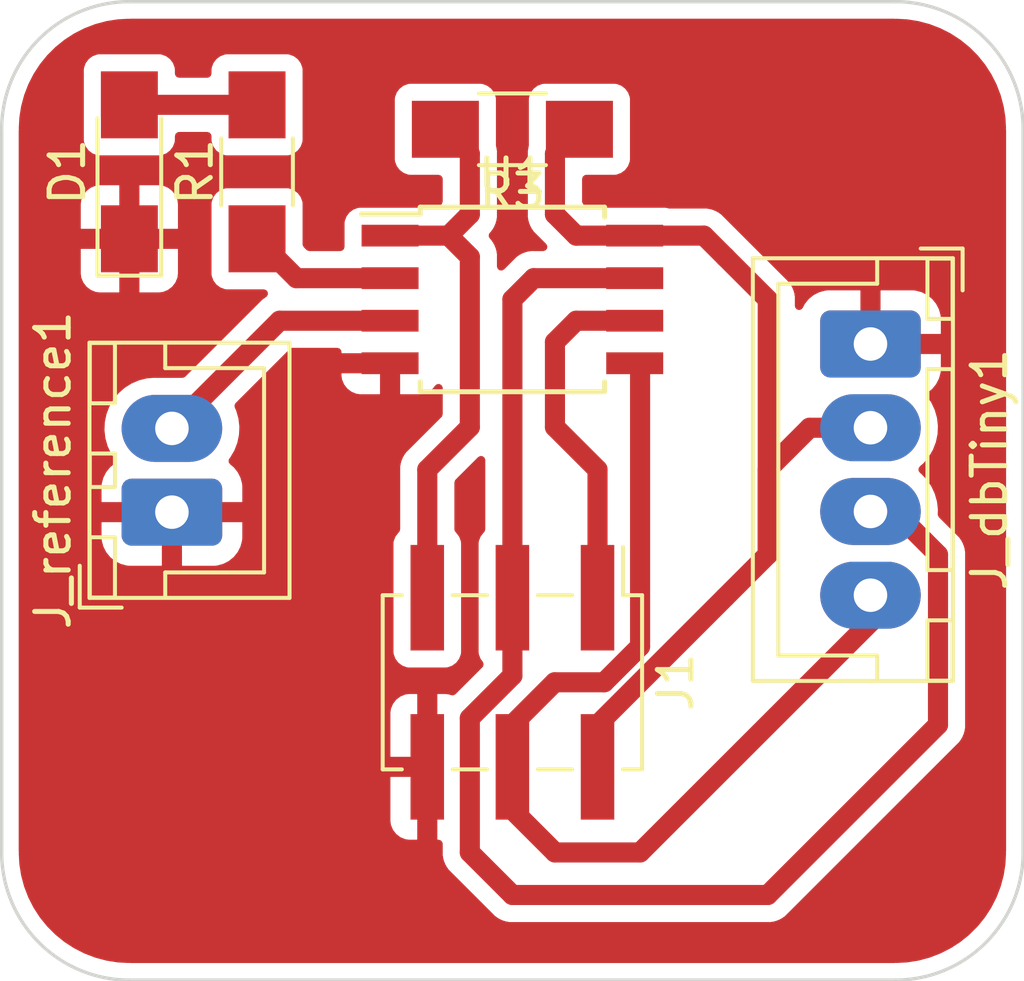
<source format=kicad_pcb>
(kicad_pcb (version 20211014) (generator pcbnew)
  (layers (0 "F.Cu" signal) (31 "B.Cu" signal) (34 "B.Paste" user) (35 "F.Paste" user) (36 "B.SilkS" user "B.Silkscreen") (37 "F.SilkS" user "F.Silkscreen") (38 "B.Mask" user) (39 "F.Mask" user) (44 "Edge.Cuts" user))
  (net 0 "")
  (net 1 "Net-(D1-Pad2)")
  (net 2 "GND")
  (net 3 "isp_miso")
  (net 4 "+3V3")
  (net 5 "isp_sck")
  (net 6 "isp_mosi")
  (net 7 "isp_rst")
  (net 8 "Net-(R1-Pad1)")
  (net 9 "Net-(U1-Pad3)")
  (footprint "Connector_JST:JST_XH_B2B-XH-A_1x02_P2.50mm_Vertical" (layer "F.Cu") (at 116.84 59.69 90)
    (fp_text reference "J_reference1" (at 1.25 -3.55 90) (layer "F.SilkS"))
    (fp_text value "Conn_01x02_Male")
    (fp_line (start 3.25 -1.7) (end 5.05 -1.7) (layer "F.SilkS") (width 0.12))
    (fp_line (start 5.05 -0.2) (end 4.3 -0.2) (layer "F.SilkS") (width 0.12))
    (fp_line (start -0.75 -2.45) (end -2.55 -2.45) (layer "F.SilkS") (width 0.12))
    (fp_line (start 4.3 2.75) (end 1.25 2.75) (layer "F.SilkS") (width 0.12))
    (fp_line (start -2.56 -2.46) (end -2.56 3.51) (layer "F.SilkS") (width 0.12))
    (fp_line (start -2.55 -0.2) (end -1.8 -0.2) (layer "F.SilkS") (width 0.12))
    (fp_line (start 5.05 -2.45) (end 3.25 -2.45) (layer "F.SilkS") (width 0.12))
    (fp_line (start 0.75 -2.45) (end 0.75 -1.7) (layer "F.SilkS") (width 0.12))
    (fp_line (start -1.8 2.75) (end 1.25 2.75) (layer "F.SilkS") (width 0.12))
    (fp_line (start -2.55 -1.7) (end -0.75 -1.7) (layer "F.SilkS") (width 0.12))
    (fp_line (start 5.06 3.51) (end 5.06 -2.46) (layer "F.SilkS") (width 0.12))
    (fp_line (start -2.56 3.51) (end 5.06 3.51) (layer "F.SilkS") (width 0.12))
    (fp_line (start 1.75 -1.7) (end 1.75 -2.45) (layer "F.SilkS") (width 0.12))
    (fp_line (start -2.55 -2.45) (end -2.55 -1.7) (layer "F.SilkS") (width 0.12))
    (fp_line (start -2.85 -2.75) (end -2.85 -1.5) (layer "F.SilkS") (width 0.12))
    (fp_line (start -1.8 -0.2) (end -1.8 2.75) (layer "F.SilkS") (width 0.12))
    (fp_line (start -0.75 -1.7) (end -0.75 -2.45) (layer "F.SilkS") (width 0.12))
    (fp_line (start 4.3 -0.2) (end 4.3 2.75) (layer "F.SilkS") (width 0.12))
    (fp_line (start 5.06 -2.46) (end -2.56 -2.46) (layer "F.SilkS") (width 0.12))
    (fp_line (start -1.6 -2.75) (end -2.85 -2.75) (layer "F.SilkS") (width 0.12))
    (fp_line (start 1.75 -2.45) (end 0.75 -2.45) (layer "F.SilkS") (width 0.12))
    (fp_line (start 0.75 -1.7) (end 1.75 -1.7) (layer "F.SilkS") (width 0.12))
    (fp_line (start 5.05 -1.7) (end 5.05 -2.45) (layer "F.SilkS") (width 0.12))
    (fp_line (start 3.25 -2.45) (end 3.25 -1.7) (layer "F.SilkS") (width 0.12))
    (pad "1" thru_hole roundrect (at 0 0 90) (size 2 3) (drill 1) (layers *.Cu *.Mask) (roundrect_rratio 0.147059) (net 2 "GND"))
    (pad "2" thru_hole oval (at 2.5 0 90) (size 2 3) (drill 1) (layers *.Cu *.Mask) (net 9 "Net-(U1-Pad3)"))
  )
  (footprint "Connector_JST:JST_XH_B4B-XH-A_1x04_P2.50mm_Vertical" (layer "F.Cu") (at 137.685 54.67 -90)
    (fp_text reference "J_dbTiny1" (at 3.75 -3.55 90) (layer "F.SilkS"))
    (fp_text value "Conn_01x04_Male")
    (fp_line (start 10.05 -1.7) (end 10.05 -2.45) (layer "F.SilkS") (width 0.12))
    (fp_line (start -2.55 -0.2) (end -1.8 -0.2) (layer "F.SilkS") (width 0.12))
    (fp_line (start 6.75 -2.45) (end 0.75 -2.45) (layer "F.SilkS") (width 0.12))
    (fp_line (start 10.06 3.51) (end 10.06 -2.46) (layer "F.SilkS") (width 0.12))
    (fp_line (start 6.75 -1.7) (end 6.75 -2.45) (layer "F.SilkS") (width 0.12))
    (fp_line (start -2.56 -2.46) (end -2.56 3.51) (layer "F.SilkS") (width 0.12))
    (fp_line (start 0.75 -2.45) (end 0.75 -1.7) (layer "F.SilkS") (width 0.12))
    (fp_line (start -2.85 -2.75) (end -2.85 -1.5) (layer "F.SilkS") (width 0.12))
    (fp_line (start 0.75 -1.7) (end 6.75 -1.7) (layer "F.SilkS") (width 0.12))
    (fp_line (start -2.56 3.51) (end 10.06 3.51) (layer "F.SilkS") (width 0.12))
    (fp_line (start 8.25 -1.7) (end 10.05 -1.7) (layer "F.SilkS") (width 0.12))
    (fp_line (start 10.06 -2.46) (end -2.56 -2.46) (layer "F.SilkS") (width 0.12))
    (fp_line (start -2.55 -1.7) (end -0.75 -1.7) (layer "F.SilkS") (width 0.12))
    (fp_line (start -1.8 2.75) (end 3.75 2.75) (layer "F.SilkS") (width 0.12))
    (fp_line (start -0.75 -2.45) (end -2.55 -2.45) (layer "F.SilkS") (width 0.12))
    (fp_line (start -0.75 -1.7) (end -0.75 -2.45) (layer "F.SilkS") (width 0.12))
    (fp_line (start -2.55 -2.45) (end -2.55 -1.7) (layer "F.SilkS") (width 0.12))
    (fp_line (start 10.05 -2.45) (end 8.25 -2.45) (layer "F.SilkS") (width 0.12))
    (fp_line (start -1.6 -2.75) (end -2.85 -2.75) (layer "F.SilkS") (width 0.12))
    (fp_line (start 8.25 -2.45) (end 8.25 -1.7) (layer "F.SilkS") (width 0.12))
    (fp_line (start 10.05 -0.2) (end 9.3 -0.2) (layer "F.SilkS") (width 0.12))
    (fp_line (start -1.8 -0.2) (end -1.8 2.75) (layer "F.SilkS") (width 0.12))
    (fp_line (start 9.3 -0.2) (end 9.3 2.75) (layer "F.SilkS") (width 0.12))
    (fp_line (start 9.3 2.75) (end 3.75 2.75) (layer "F.SilkS") (width 0.12))
    (pad "1" thru_hole roundrect (at 0 0 270) (size 2 3) (drill 1) (layers *.Cu *.Mask) (roundrect_rratio 0.147059) (net 2 "GND"))
    (pad "2" thru_hole oval (at 2.5 0 270) (size 2 3) (drill 1) (layers *.Cu *.Mask) (net 4 "+3V3"))
    (pad "3" thru_hole oval (at 5 0 270) (size 2 3) (drill 1) (layers *.Cu *.Mask) (net 5 "isp_sck"))
    (pad "4" thru_hole oval (at 7.5 0 270) (size 2 3) (drill 1) (layers *.Cu *.Mask) (net 6 "isp_mosi"))
  )
  (footprint "Fab:PinHeader_2x03_P2.54mm_Vertical_SMD" (layer "F.Cu") (at 127 64.77 -90)
    (fp_text reference "J1" (at 0 -4.87 90) (layer "F.SilkS"))
    (fp_text value "AVR-ISP-6")
    (fp_line (start -2.6 0.76) (end -2.6 1.78) (layer "F.SilkS") (width 0.12))
    (fp_line (start -2.6 -3.87) (end 2.6 -3.87) (layer "F.SilkS") (width 0.12))
    (fp_line (start 2.6 -3.87) (end 2.6 -3.3) (layer "F.SilkS") (width 0.12))
    (fp_line (start -4.04 -3.3) (end -2.6 -3.3) (layer "F.SilkS") (width 0.12))
    (fp_line (start -2.6 3.3) (end -2.6 3.87) (layer "F.SilkS") (width 0.12))
    (fp_line (start -2.6 -3.87) (end -2.6 -3.3) (layer "F.SilkS") (width 0.12))
    (fp_line (start 2.6 3.3) (end 2.6 3.87) (layer "F.SilkS") (width 0.12))
    (fp_line (start -2.6 3.87) (end 2.6 3.87) (layer "F.SilkS") (width 0.12))
    (fp_line (start 2.6 0.76) (end 2.6 1.78) (layer "F.SilkS") (width 0.12))
    (fp_line (start -2.6 -1.78) (end -2.6 -0.76) (layer "F.SilkS") (width 0.12))
    (fp_line (start 2.6 -1.78) (end 2.6 -0.76) (layer "F.SilkS") (width 0.12))
    (pad "1" smd rect locked (at -2.525 -2.54 270) (size 3.15 1) (layers "F.Cu" "F.Paste" "F.Mask") (net 3 "isp_miso"))
    (pad "2" smd rect locked (at 2.525 -2.54 270) (size 3.15 1) (layers "F.Cu" "F.Paste" "F.Mask") (net 4 "+3V3"))
    (pad "3" smd rect locked (at -2.525 0 270) (size 3.15 1) (layers "F.Cu" "F.Paste" "F.Mask") (net 5 "isp_sck"))
    (pad "4" smd rect locked (at 2.525 0 270) (size 3.15 1) (layers "F.Cu" "F.Paste" "F.Mask") (net 6 "isp_mosi"))
    (pad "5" smd rect locked (at -2.525 2.54 270) (size 3.15 1) (layers "F.Cu" "F.Paste" "F.Mask") (net 7 "isp_rst"))
    (pad "6" smd rect locked (at 2.525 2.54 270) (size 3.15 1) (layers "F.Cu" "F.Paste" "F.Mask") (net 2 "GND"))
  )
  (footprint "Fab:R_1206" (layer "F.Cu") (at 119.38 49.53 90)
    (fp_text reference "R1" (at 0 -1.85 90) (layer "F.SilkS"))
    (fp_text value "499 Ω ***")
    (fp_line (start -1 -1.07) (end 1 -1.07) (layer "F.SilkS") (width 0.12))
    (fp_line (start 1 1.07) (end -1 1.07) (layer "F.SilkS") (width 0.12))
    (pad "1" smd rect locked (at -2 0 90) (size 2 1.7) (layers "F.Cu" "F.Paste" "F.Mask") (net 8 "Net-(R1-Pad1)"))
    (pad "2" smd rect locked (at 2 0 90) (size 2 1.7) (layers "F.Cu" "F.Paste" "F.Mask") (net 1 "Net-(D1-Pad2)"))
  )
  (footprint "Package_SO:SOIC-8W_5.3x5.3mm_P1.27mm" (layer "F.Cu") (at 127 53.34)
    (fp_text reference "U1" (at 0 -3.68) (layer "F.SilkS"))
    (fp_text value "ATtiny45-20S")
    (fp_line (start -2.75 -2.755) (end -2.75 -2.55) (layer "F.SilkS") (width 0.15))
    (fp_line (start -2.75 2.755) (end -2.75 2.455) (layer "F.SilkS") (width 0.15))
    (fp_line (start 2.75 -2.755) (end 2.75 -2.455) (layer "F.SilkS") (width 0.15))
    (fp_line (start -2.75 -2.755) (end 2.75 -2.755) (layer "F.SilkS") (width 0.15))
    (fp_line (start -2.75 -2.55) (end -4.5 -2.55) (layer "F.SilkS") (width 0.15))
    (fp_line (start 2.75 2.755) (end 2.75 2.455) (layer "F.SilkS") (width 0.15))
    (fp_line (start -2.75 2.755) (end 2.75 2.755) (layer "F.SilkS") (width 0.15))
    (pad "1" smd rect (at -3.65 -1.905) (size 1.7 0.65) (layers "F.Cu" "F.Paste" "F.Mask") (net 7 "isp_rst"))
    (pad "2" smd rect (at -3.65 -0.635) (size 1.7 0.65) (layers "F.Cu" "F.Paste" "F.Mask") (net 8 "Net-(R1-Pad1)"))
    (pad "3" smd rect (at -3.65 0.635) (size 1.7 0.65) (layers "F.Cu" "F.Paste" "F.Mask") (net 9 "Net-(U1-Pad3)"))
    (pad "4" smd rect (at -3.65 1.905) (size 1.7 0.65) (layers "F.Cu" "F.Paste" "F.Mask") (net 2 "GND"))
    (pad "5" smd rect (at 3.65 1.905) (size 1.7 0.65) (layers "F.Cu" "F.Paste" "F.Mask") (net 6 "isp_mosi"))
    (pad "6" smd rect (at 3.65 0.635) (size 1.7 0.65) (layers "F.Cu" "F.Paste" "F.Mask") (net 3 "isp_miso"))
    (pad "7" smd rect (at 3.65 -0.635) (size 1.7 0.65) (layers "F.Cu" "F.Paste" "F.Mask") (net 5 "isp_sck"))
    (pad "8" smd rect (at 3.65 -1.905) (size 1.7 0.65) (layers "F.Cu" "F.Paste" "F.Mask") (net 4 "+3V3"))
  )
  (footprint "Fab:R_1206" (layer "F.Cu") (at 127 48.26 180)
    (fp_text reference "R3" (at 0 -1.85) (layer "F.SilkS"))
    (fp_text value "10 kΩ")
    (fp_line (start 1 1.07) (end -1 1.07) (layer "F.SilkS") (width 0.12))
    (fp_line (start -1 -1.07) (end 1 -1.07) (layer "F.SilkS") (width 0.12))
    (pad "1" smd rect locked (at -2 0 180) (size 2 1.7) (layers "F.Cu" "F.Paste" "F.Mask") (net 4 "+3V3"))
    (pad "2" smd rect locked (at 2 0 180) (size 2 1.7) (layers "F.Cu" "F.Paste" "F.Mask") (net 7 "isp_rst"))
  )
  (footprint "Fab:LED_1206" (layer "F.Cu") (at 115.57 49.53 90)
    (fp_text reference "D1" (at 0 -1.85 90) (layer "F.SilkS"))
    (fp_text value "LED_red ****")
    (fp_line (start -3.1 0.95) (end 1.6 0.95) (layer "F.SilkS") (width 0.12))
    (fp_line (start -3.1 -0.95) (end 1.6 -0.95) (layer "F.SilkS") (width 0.12))
    (fp_line (start -3.1 -0.95) (end -3.1 0.95) (layer "F.SilkS") (width 0.12))
    (pad "1" smd rect locked (at -2 0 90) (size 2 1.7) (layers "F.Cu" "F.Paste" "F.Mask") (net 2 "GND"))
    (pad "2" smd rect locked (at 2 0 90) (size 2 1.7) (layers "F.Cu" "F.Paste" "F.Mask") (net 1 "Net-(D1-Pad2)"))
  )
  (gr_arc (start 142.24 69.85) (mid 141.124077 72.544077) (end 138.43 73.66) (layer "Edge.Cuts") (width 0.1))
  (gr_line (start 111.76 69.85) (end 111.76 48.26) (layer "Edge.Cuts") (width 0.1))
  (gr_line (start 138.43 73.66) (end 115.57 73.66) (layer "Edge.Cuts") (width 0.1))
  (gr_line (start 142.24 48.26) (end 142.24 69.85) (layer "Edge.Cuts") (width 0.1))
  (gr_arc (start 115.57 73.66) (mid 112.875923 72.544077) (end 111.76 69.85) (layer "Edge.Cuts") (width 0.1))
  (gr_arc (start 111.76 48.26) (mid 112.875923 45.565923) (end 115.57 44.45) (layer "Edge.Cuts") (width 0.1))
  (gr_line (start 115.57 44.45) (end 138.43 44.45) (layer "Edge.Cuts") (width 0.1))
  (gr_arc (start 138.43 44.45) (mid 141.124077 45.565923) (end 142.24 48.26) (layer "Edge.Cuts") (width 0.1))
  (segment (start 115.57 47.53) (end 119.38 47.53) (width 0.6) (layer "F.Cu") (net 1))
  (segment (start 137.685 54.59) (end 138.41 54.59) (width 0.6) (layer "F.Cu") (net 2))
  (segment (start 124.46 68.565) (end 124.445 68.565) (width 0.6) (layer "F.Cu") (net 2))
  (segment (start 128.27 54.61) (end 128.905 53.975) (width 0.6) (layer "F.Cu") (net 3))
  (segment (start 129.54 58.42) (end 128.27 57.15) (width 0.6) (layer "F.Cu") (net 3))
  (segment (start 129.54 62.23) (end 129.54 58.42) (width 0.6) (layer "F.Cu") (net 3))
  (segment (start 128.905 53.975) (end 130.65 53.975) (width 0.6) (layer "F.Cu") (net 3))
  (segment (start 128.27 57.15) (end 128.27 54.61) (width 0.6) (layer "F.Cu") (net 3))
  (segment (start 133.37 52.09) (end 133.35 52.07) (width 0.6) (layer "F.Cu") (net 4))
  (segment (start 135.87 57.17) (end 137.685 57.17) (width 0.6) (layer "F.Cu") (net 4))
  (segment (start 129.54 67.295) (end 129.54 66.04) (width 0.6) (layer "F.Cu") (net 4))
  (segment (start 133.35 52.07) (end 132.715 51.435) (width 0.6) (layer "F.Cu") (net 4))
  (segment (start 128.27 50.8) (end 128.27 48.99) (width 0.6) (layer "F.Cu") (net 4))
  (segment (start 133.35 62.23) (end 134.62 60.96) (width 0.6) (layer "F.Cu") (net 4))
  (segment (start 128.905 51.435) (end 128.27 50.8) (width 0.6) (layer "F.Cu") (net 4))
  (segment (start 128.27 48.99) (end 129 48.26) (width 0.6) (layer "F.Cu") (net 4))
  (segment (start 130.65 51.435) (end 128.905 51.435) (width 0.6) (layer "F.Cu") (net 4))
  (segment (start 134.62 53.34) (end 133.35 52.07) (width 0.6) (layer "F.Cu") (net 4))
  (segment (start 134.62 60.96) (end 134.62 53.34) (width 0.6) (layer "F.Cu") (net 4))
  (segment (start 132.715 51.435) (end 130.65 51.435) (width 0.6) (layer "F.Cu") (net 4))
  (segment (start 134.62 58.42) (end 135.87 57.17) (width 0.6) (layer "F.Cu") (net 4))
  (segment (start 129.54 66.04) (end 133.35 62.23) (width 0.6) (layer "F.Cu") (net 4))
  (segment (start 134.62 60.96) (end 134.62 58.42) (width 0.6) (layer "F.Cu") (net 4))
  (segment (start 130.65 52.705) (end 127.635 52.705) (width 0.6) (layer "F.Cu") (net 5))
  (segment (start 125.73 69.85) (end 127 71.12) (width 0.6) (layer "F.Cu") (net 5))
  (segment (start 127.635 52.705) (end 127 53.34) (width 0.6) (layer "F.Cu") (net 5))
  (segment (start 134.62 71.12) (end 139.7 66.04) (width 0.6) (layer "F.Cu") (net 5))
  (segment (start 139.7 66.04) (end 139.7 60.96) (width 0.6) (layer "F.Cu") (net 5))
  (segment (start 127 53.34) (end 127 64.570978) (width 0.6) (layer "F.Cu") (net 5))
  (segment (start 139.7 60.96) (end 138.41 59.67) (width 0.6) (layer "F.Cu") (net 5))
  (segment (start 127 64.570978) (end 125.73 65.840978) (width 0.6) (layer "F.Cu") (net 5))
  (segment (start 125.73 65.840978) (end 125.73 69.85) (width 0.6) (layer "F.Cu") (net 5))
  (segment (start 138.41 59.67) (end 137.685 59.67) (width 0.6) (layer "F.Cu") (net 5))
  (segment (start 127 71.12) (end 134.62 71.12) (width 0.6) (layer "F.Cu") (net 5))
  (segment (start 128.27 69.85) (end 130.81 69.85) (width 0.6) (layer "F.Cu") (net 6))
  (segment (start 127 68.58) (end 128.27 69.85) (width 0.6) (layer "F.Cu") (net 6))
  (segment (start 129.739022 64.77) (end 130.81 63.699022) (width 0.6) (layer "F.Cu") (net 6))
  (segment (start 130.81 69.85) (end 137.685 62.975) (width 0.6) (layer "F.Cu") (net 6))
  (segment (start 130.81 55.405) (end 130.65 55.245) (width 0.6) (layer "F.Cu") (net 6))
  (segment (start 127 66.0325) (end 128.2625 64.77) (width 0.6) (layer "F.Cu") (net 6))
  (segment (start 127 67.295) (end 127 68.58) (width 0.6) (layer "F.Cu") (net 6))
  (segment (start 130.81 63.699022) (end 130.81 55.405) (width 0.6) (layer "F.Cu") (net 6))
  (segment (start 127 67.295) (end 127 66.0325) (width 0.6) (layer "F.Cu") (net 6))
  (segment (start 128.2625 64.77) (end 129.739022 64.77) (width 0.6) (layer "F.Cu") (net 6))
  (segment (start 137.685 62.975) (end 137.685 62.17) (width 0.6) (layer "F.Cu") (net 6))
  (segment (start 124.46 62.23) (end 124.46 58.42) (width 0.6) (layer "F.Cu") (net 7))
  (segment (start 125.095 51.435) (end 125.73 50.8) (width 0.6) (layer "F.Cu") (net 7))
  (segment (start 125.73 50.8) (end 125.73 48.99) (width 0.6) (layer "F.Cu") (net 7))
  (segment (start 125.73 52.07) (end 125.095 51.435) (width 0.6) (layer "F.Cu") (net 7))
  (segment (start 124.46 58.42) (end 125.73 57.15) (width 0.6) (layer "F.Cu") (net 7))
  (segment (start 125.73 57.15) (end 125.73 52.07) (width 0.6) (layer "F.Cu") (net 7))
  (segment (start 125.73 48.99) (end 125 48.26) (width 0.6) (layer "F.Cu") (net 7))
  (segment (start 125.095 51.435) (end 123.35 51.435) (width 0.6) (layer "F.Cu") (net 7))
  (segment (start 120.555 52.705) (end 123.35 52.705) (width 0.6) (layer "F.Cu") (net 8))
  (segment (start 119.38 51.53) (end 120.555 52.705) (width 0.6) (layer "F.Cu") (net 8))
  (segment (start 116.84 57.19) (end 120.055 53.975) (width 0.6) (layer "F.Cu") (net 9))
  (segment (start 120.055 53.975) (end 123.35 53.975) (width 0.6) (layer "F.Cu") (net 9))
  (zone (net 2) (net_name "GND") (layer "F.Cu") (connect_pads (clearance 0.508)) (min_thickness 0.254) (fill yes (thermal_gap 0.6) (thermal_bridge_width 0.6))
    (polygon (pts (xy 142.24 73.66) (xy 111.76 73.66) (xy 111.76 44.45) (xy 142.24 44.45)))
  )
)
</source>
